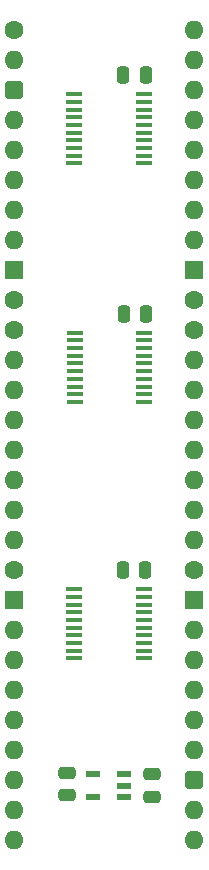
<source format=gts>
%TF.GenerationSoftware,KiCad,Pcbnew,8.0.4*%
%TF.CreationDate,2024-08-22T13:37:31+02:00*%
%TF.ProjectId,D Flip Flop 24bit,4420466c-6970-4204-966c-6f7020323462,V0*%
%TF.SameCoordinates,PX54c81a0PY37b6b20*%
%TF.FileFunction,Soldermask,Top*%
%TF.FilePolarity,Negative*%
%FSLAX46Y46*%
G04 Gerber Fmt 4.6, Leading zero omitted, Abs format (unit mm)*
G04 Created by KiCad (PCBNEW 8.0.4) date 2024-08-22 13:37:31*
%MOMM*%
%LPD*%
G01*
G04 APERTURE LIST*
G04 Aperture macros list*
%AMRoundRect*
0 Rectangle with rounded corners*
0 $1 Rounding radius*
0 $2 $3 $4 $5 $6 $7 $8 $9 X,Y pos of 4 corners*
0 Add a 4 corners polygon primitive as box body*
4,1,4,$2,$3,$4,$5,$6,$7,$8,$9,$2,$3,0*
0 Add four circle primitives for the rounded corners*
1,1,$1+$1,$2,$3*
1,1,$1+$1,$4,$5*
1,1,$1+$1,$6,$7*
1,1,$1+$1,$8,$9*
0 Add four rect primitives between the rounded corners*
20,1,$1+$1,$2,$3,$4,$5,0*
20,1,$1+$1,$4,$5,$6,$7,0*
20,1,$1+$1,$6,$7,$8,$9,0*
20,1,$1+$1,$8,$9,$2,$3,0*%
G04 Aperture macros list end*
%ADD10R,1.475000X0.450000*%
%ADD11RoundRect,0.250000X0.250000X0.475000X-0.250000X0.475000X-0.250000X-0.475000X0.250000X-0.475000X0*%
%ADD12RoundRect,0.250000X-0.475000X0.250000X-0.475000X-0.250000X0.475000X-0.250000X0.475000X0.250000X0*%
%ADD13RoundRect,0.250000X0.475000X-0.250000X0.475000X0.250000X-0.475000X0.250000X-0.475000X-0.250000X0*%
%ADD14C,1.600000*%
%ADD15O,1.600000X1.600000*%
%ADD16RoundRect,0.400000X-0.400000X-0.400000X0.400000X-0.400000X0.400000X0.400000X-0.400000X0.400000X0*%
%ADD17R,1.600000X1.600000*%
%ADD18R,1.150000X0.600000*%
G04 APERTURE END LIST*
D10*
%TO.C,IC1*%
X5063000Y-47367000D03*
X5063000Y-48017000D03*
X5063000Y-48667000D03*
X5063000Y-49317000D03*
X5063000Y-49967000D03*
X5063000Y-50617000D03*
X5063000Y-51267000D03*
X5063000Y-51917000D03*
X5063000Y-52567000D03*
X5063000Y-53217000D03*
X10939000Y-53217000D03*
X10939000Y-52567000D03*
X10939000Y-51917000D03*
X10939000Y-51267000D03*
X10939000Y-50617000D03*
X10939000Y-49967000D03*
X10939000Y-49317000D03*
X10939000Y-48667000D03*
X10939000Y-48017000D03*
X10939000Y-47367000D03*
%TD*%
D11*
%TO.C,C3*%
X11130000Y-3810000D03*
X9230000Y-3810000D03*
%TD*%
%TO.C,C2*%
X11138800Y-24024400D03*
X9238800Y-24024400D03*
%TD*%
D10*
%TO.C,IC2*%
X5102000Y-25650000D03*
X5102000Y-26300000D03*
X5102000Y-26950000D03*
X5102000Y-27600000D03*
X5102000Y-28250000D03*
X5102000Y-28900000D03*
X5102000Y-29550000D03*
X5102000Y-30200000D03*
X5102000Y-30850000D03*
X5102000Y-31500000D03*
X10978000Y-31500000D03*
X10978000Y-30850000D03*
X10978000Y-30200000D03*
X10978000Y-29550000D03*
X10978000Y-28900000D03*
X10978000Y-28250000D03*
X10978000Y-27600000D03*
X10978000Y-26950000D03*
X10978000Y-26300000D03*
X10978000Y-25650000D03*
%TD*%
D11*
%TO.C,C1*%
X11055000Y-45720000D03*
X9155000Y-45720000D03*
%TD*%
D12*
%TO.C,C9*%
X4419600Y-62921600D03*
X4419600Y-64821600D03*
%TD*%
D13*
%TO.C,C8*%
X11684000Y-64942000D03*
X11684000Y-63042000D03*
%TD*%
D10*
%TO.C,IC3*%
X5063000Y-5457000D03*
X5063000Y-6107000D03*
X5063000Y-6757000D03*
X5063000Y-7407000D03*
X5063000Y-8057000D03*
X5063000Y-8707000D03*
X5063000Y-9357000D03*
X5063000Y-10007000D03*
X5063000Y-10657000D03*
X5063000Y-11307000D03*
X10939000Y-11307000D03*
X10939000Y-10657000D03*
X10939000Y-10007000D03*
X10939000Y-9357000D03*
X10939000Y-8707000D03*
X10939000Y-8057000D03*
X10939000Y-7407000D03*
X10939000Y-6757000D03*
X10939000Y-6107000D03*
X10939000Y-5457000D03*
%TD*%
D14*
%TO.C,J2*%
X0Y0D03*
D15*
X0Y-2540000D03*
D16*
X0Y-5080000D03*
D15*
X0Y-7620000D03*
X0Y-10160000D03*
X0Y-12700000D03*
X0Y-15240000D03*
X0Y-17780000D03*
D17*
X0Y-20320000D03*
D14*
X0Y-22860000D03*
X0Y-25400000D03*
D15*
X0Y-27940000D03*
X0Y-30480000D03*
X0Y-33020000D03*
X0Y-35560000D03*
X0Y-38100000D03*
X0Y-40640000D03*
X0Y-43180000D03*
D14*
X0Y-45720000D03*
D17*
X0Y-48260000D03*
D15*
X0Y-50800000D03*
X0Y-53340000D03*
X0Y-55880000D03*
X0Y-58420000D03*
X0Y-60960000D03*
X0Y-63500000D03*
X0Y-66040000D03*
X0Y-68580000D03*
X15240000Y-68580000D03*
X15240000Y-66040000D03*
D16*
X15240000Y-63500000D03*
D15*
X15240000Y-60960000D03*
X15240000Y-58420000D03*
X15240000Y-55880000D03*
X15240000Y-53340000D03*
X15240000Y-50800000D03*
D17*
X15240000Y-48260000D03*
D14*
X15240000Y-45720000D03*
D15*
X15240000Y-43180000D03*
X15240000Y-40640000D03*
X15240000Y-38100000D03*
X15240000Y-35560000D03*
X15240000Y-33020000D03*
X15240000Y-30480000D03*
X15240000Y-27940000D03*
D14*
X15240000Y-25400000D03*
X15240000Y-22860000D03*
D17*
X15240000Y-20320000D03*
D15*
X15240000Y-17780000D03*
X15240000Y-15240000D03*
X15240000Y-12700000D03*
X15240000Y-10160000D03*
X15240000Y-7620000D03*
X15240000Y-5080000D03*
X15240000Y-2540000D03*
X15240000Y0D03*
%TD*%
D18*
%TO.C,IC5*%
X9275600Y-64932600D03*
X9275600Y-63982600D03*
X9275600Y-63032600D03*
X6675600Y-63032600D03*
X6675600Y-64932600D03*
%TD*%
M02*

</source>
